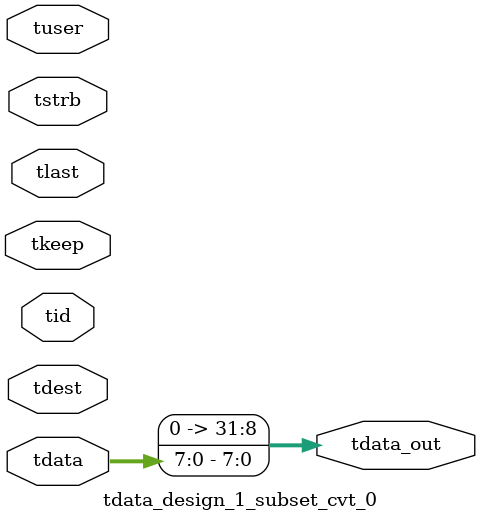
<source format=v>


`timescale 1ps/1ps

module tdata_design_1_subset_cvt_0 #
(
parameter C_S_AXIS_TDATA_WIDTH = 32,
parameter C_S_AXIS_TUSER_WIDTH = 0,
parameter C_S_AXIS_TID_WIDTH   = 0,
parameter C_S_AXIS_TDEST_WIDTH = 0,
parameter C_M_AXIS_TDATA_WIDTH = 32
)
(
input  [(C_S_AXIS_TDATA_WIDTH == 0 ? 1 : C_S_AXIS_TDATA_WIDTH)-1:0     ] tdata,
input  [(C_S_AXIS_TUSER_WIDTH == 0 ? 1 : C_S_AXIS_TUSER_WIDTH)-1:0     ] tuser,
input  [(C_S_AXIS_TID_WIDTH   == 0 ? 1 : C_S_AXIS_TID_WIDTH)-1:0       ] tid,
input  [(C_S_AXIS_TDEST_WIDTH == 0 ? 1 : C_S_AXIS_TDEST_WIDTH)-1:0     ] tdest,
input  [(C_S_AXIS_TDATA_WIDTH/8)-1:0 ] tkeep,
input  [(C_S_AXIS_TDATA_WIDTH/8)-1:0 ] tstrb,
input                                                                    tlast,
output [C_M_AXIS_TDATA_WIDTH-1:0] tdata_out
);

assign tdata_out = {16'b0000000000000000,tdata[7:0]};

endmodule


</source>
